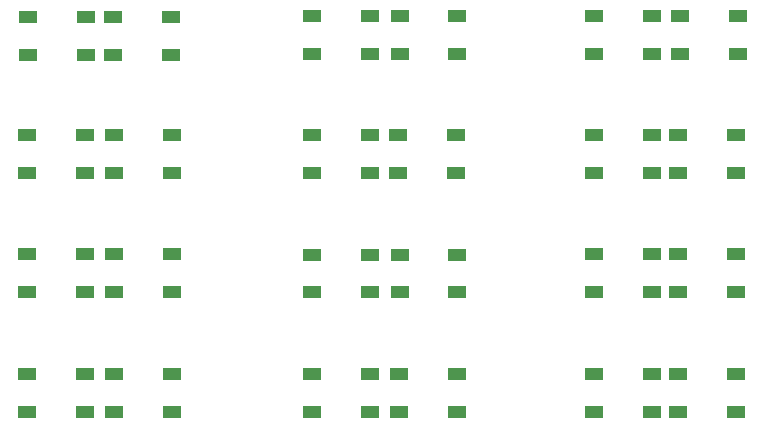
<source format=gbr>
G04 #@! TF.GenerationSoftware,KiCad,Pcbnew,(5.1.6)-1*
G04 #@! TF.CreationDate,2020-11-24T12:42:45+11:00*
G04 #@! TF.ProjectId,Caution_Light_Panel,43617574-696f-46e5-9f4c-696768745f50,rev?*
G04 #@! TF.SameCoordinates,Original*
G04 #@! TF.FileFunction,Paste,Top*
G04 #@! TF.FilePolarity,Positive*
%FSLAX46Y46*%
G04 Gerber Fmt 4.6, Leading zero omitted, Abs format (unit mm)*
G04 Created by KiCad (PCBNEW (5.1.6)-1) date 2020-11-24 12:42:45*
%MOMM*%
%LPD*%
G01*
G04 APERTURE LIST*
%ADD10R,1.500000X1.000000*%
G04 APERTURE END LIST*
D10*
X172505000Y-73228400D03*
X172505000Y-76428400D03*
X177405000Y-73228400D03*
X177405000Y-76428400D03*
X172316000Y-103556000D03*
X172316000Y-106756000D03*
X177216000Y-103556000D03*
X177216000Y-106756000D03*
X165215000Y-103556000D03*
X165215000Y-106756000D03*
X170115000Y-103556000D03*
X170115000Y-106756000D03*
X148680000Y-103556000D03*
X148680000Y-106756000D03*
X153580000Y-103556000D03*
X153580000Y-106756000D03*
X141339000Y-103556000D03*
X141339000Y-106756000D03*
X146239000Y-103556000D03*
X146239000Y-106756000D03*
X124536000Y-103530000D03*
X124536000Y-106730000D03*
X129436000Y-103530000D03*
X129436000Y-106730000D03*
X117198000Y-103530000D03*
X117198000Y-106730000D03*
X122098000Y-103530000D03*
X122098000Y-106730000D03*
X172339000Y-93421200D03*
X172339000Y-96621200D03*
X177239000Y-93421200D03*
X177239000Y-96621200D03*
X165190000Y-93421400D03*
X165190000Y-96621400D03*
X170090000Y-93421400D03*
X170090000Y-96621400D03*
X148731000Y-93446800D03*
X148731000Y-96646800D03*
X153631000Y-93446800D03*
X153631000Y-96646800D03*
X141326000Y-93446600D03*
X141326000Y-96646600D03*
X146226000Y-93446600D03*
X146226000Y-96646600D03*
X124589000Y-93395800D03*
X124589000Y-96595800D03*
X129489000Y-93395800D03*
X129489000Y-96595800D03*
X117198000Y-93421200D03*
X117198000Y-96621200D03*
X122098000Y-93421200D03*
X122098000Y-96621200D03*
X172327000Y-83312200D03*
X172327000Y-86512200D03*
X177227000Y-83312200D03*
X177227000Y-86512200D03*
X165190000Y-83312200D03*
X165190000Y-86512200D03*
X170090000Y-83312200D03*
X170090000Y-86512200D03*
X148643000Y-83312000D03*
X148643000Y-86512000D03*
X153543000Y-83312000D03*
X153543000Y-86512000D03*
X141328000Y-83312000D03*
X141328000Y-86512000D03*
X146228000Y-83312000D03*
X146228000Y-86512000D03*
X124550000Y-83312200D03*
X124550000Y-86512200D03*
X129450000Y-83312200D03*
X129450000Y-86512200D03*
X117198000Y-83312000D03*
X117198000Y-86512000D03*
X122098000Y-83312000D03*
X122098000Y-86512000D03*
X165190000Y-73228400D03*
X165190000Y-76428400D03*
X170090000Y-73228400D03*
X170090000Y-76428400D03*
X148731000Y-73228400D03*
X148731000Y-76428400D03*
X153631000Y-73228400D03*
X153631000Y-76428400D03*
X141339000Y-73228400D03*
X141339000Y-76428400D03*
X146239000Y-73228400D03*
X146239000Y-76428400D03*
X124513000Y-73304400D03*
X124513000Y-76504400D03*
X129413000Y-73304400D03*
X129413000Y-76504400D03*
X117272000Y-73304400D03*
X117272000Y-76504400D03*
X122172000Y-73304400D03*
X122172000Y-76504400D03*
M02*

</source>
